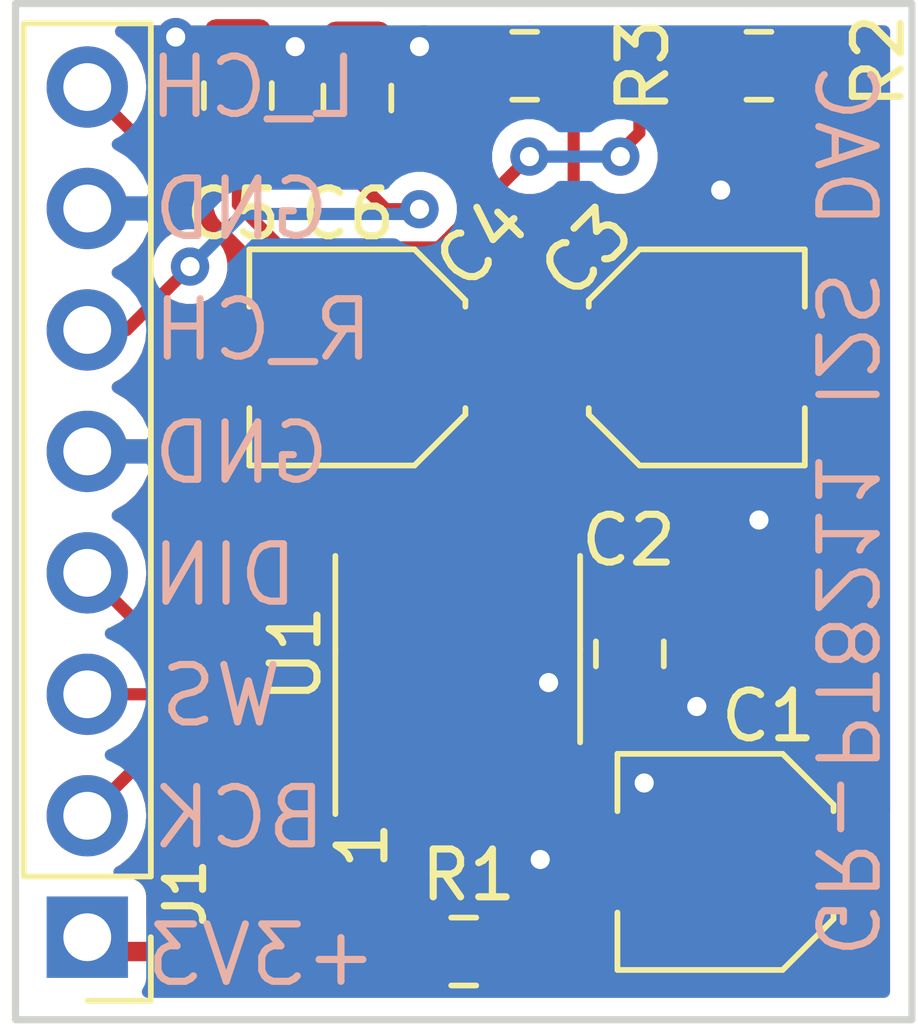
<source format=kicad_pcb>
(kicad_pcb (version 20171130) (host pcbnew "(5.1.2-1)-1")

  (general
    (thickness 1.6)
    (drawings 14)
    (tracks 72)
    (zones 0)
    (modules 11)
    (nets 14)
  )

  (page A4)
  (layers
    (0 F.Cu signal)
    (31 B.Cu signal)
    (32 B.Adhes user hide)
    (33 F.Adhes user hide)
    (34 B.Paste user)
    (35 F.Paste user)
    (36 B.SilkS user)
    (37 F.SilkS user)
    (38 B.Mask user hide)
    (39 F.Mask user hide)
    (40 Dwgs.User user hide)
    (41 Cmts.User user hide)
    (42 Eco1.User user hide)
    (43 Eco2.User user hide)
    (44 Edge.Cuts user)
    (45 Margin user hide)
    (46 B.CrtYd user hide)
    (47 F.CrtYd user hide)
    (48 B.Fab user hide)
    (49 F.Fab user hide)
  )

  (setup
    (last_trace_width 0.254)
    (user_trace_width 0.2032)
    (user_trace_width 0.254)
    (user_trace_width 0.3048)
    (user_trace_width 0.4064)
    (user_trace_width 0.6096)
    (user_trace_width 1.016)
    (trace_clearance 0.2)
    (zone_clearance 0.381)
    (zone_45_only no)
    (trace_min 0.1524)
    (via_size 0.8)
    (via_drill 0.4)
    (via_min_size 0.658)
    (via_min_drill 0.3)
    (uvia_size 0.3)
    (uvia_drill 0.1)
    (uvias_allowed no)
    (uvia_min_size 0.2)
    (uvia_min_drill 0.1)
    (edge_width 0.15)
    (segment_width 0.2)
    (pcb_text_width 0.3)
    (pcb_text_size 1.5 1.5)
    (mod_edge_width 0.15)
    (mod_text_size 0.8 0.8)
    (mod_text_width 0.15)
    (pad_size 3.200001 3.200001)
    (pad_drill 3.200001)
    (pad_to_mask_clearance 0)
    (aux_axis_origin 0 0)
    (grid_origin 88.011 136.271)
    (visible_elements FFFFFF7F)
    (pcbplotparams
      (layerselection 0x010f8_ffffffff)
      (usegerberextensions false)
      (usegerberattributes false)
      (usegerberadvancedattributes false)
      (creategerberjobfile false)
      (excludeedgelayer true)
      (linewidth 0.152400)
      (plotframeref false)
      (viasonmask false)
      (mode 1)
      (useauxorigin false)
      (hpglpennumber 1)
      (hpglpenspeed 20)
      (hpglpendiameter 15.000000)
      (psnegative false)
      (psa4output false)
      (plotreference true)
      (plotvalue false)
      (plotinvisibletext false)
      (padsonsilk false)
      (subtractmaskfromsilk false)
      (outputformat 1)
      (mirror false)
      (drillshape 0)
      (scaleselection 1)
      (outputdirectory "Output/"))
  )

  (net 0 "")
  (net 1 "Net-(J1-Pad1)")
  (net 2 /3V3)
  (net 3 GNDREF)
  (net 4 "Net-(C3-Pad1)")
  (net 5 "Net-(C4-Pad1)")
  (net 6 /BCK)
  (net 7 /WS)
  (net 8 /DIN)
  (net 9 "Net-(U1-Pad7)")
  (net 10 /L_CH)
  (net 11 /R_CH)
  (net 12 "Net-(C3-Pad2)")
  (net 13 "Net-(C4-Pad2)")

  (net_class Default "This is the default net class."
    (clearance 0.2)
    (trace_width 0.25)
    (via_dia 0.8)
    (via_drill 0.4)
    (uvia_dia 0.3)
    (uvia_drill 0.1)
    (add_net /3V3)
    (add_net /BCK)
    (add_net /DIN)
    (add_net /L_CH)
    (add_net /R_CH)
    (add_net /WS)
    (add_net GNDREF)
    (add_net "Net-(C3-Pad1)")
    (add_net "Net-(C3-Pad2)")
    (add_net "Net-(C4-Pad1)")
    (add_net "Net-(C4-Pad2)")
    (add_net "Net-(J1-Pad1)")
    (add_net "Net-(U1-Pad7)")
  )

  (net_class PWR ""
    (clearance 0.254)
    (trace_width 0.508)
    (via_dia 0.8)
    (via_drill 0.4)
    (uvia_dia 0.3)
    (uvia_drill 0.1)
  )

  (net_class Signals ""
    (clearance 0.254)
    (trace_width 0.4064)
    (via_dia 0.8)
    (via_drill 0.4)
    (uvia_dia 0.3)
    (uvia_drill 0.1)
  )

  (module Capacitor_SMD:C_Elec_4x5.4 (layer F.Cu) (tedit 5BC8D926) (tstamp 64C44D0C)
    (at 138.111 106.721 180)
    (descr "SMD capacitor, aluminum electrolytic nonpolar, 4.0x5.4mm")
    (tags "capacitor electrolyic nonpolar")
    (path /64C48249)
    (attr smd)
    (fp_text reference C1 (at -0.9 3.05) (layer F.SilkS)
      (effects (font (size 1 1) (thickness 0.15)))
    )
    (fp_text value 47uF (at 0 3.2) (layer F.Fab)
      (effects (font (size 1 1) (thickness 0.15)))
    )
    (fp_circle (center 0 0) (end 2 0) (layer F.Fab) (width 0.1))
    (fp_line (start 2.15 -2.15) (end 2.15 2.15) (layer F.Fab) (width 0.1))
    (fp_line (start -1.15 -2.15) (end 2.15 -2.15) (layer F.Fab) (width 0.1))
    (fp_line (start -1.15 2.15) (end 2.15 2.15) (layer F.Fab) (width 0.1))
    (fp_line (start -2.15 -1.15) (end -2.15 1.15) (layer F.Fab) (width 0.1))
    (fp_line (start -2.15 -1.15) (end -1.15 -2.15) (layer F.Fab) (width 0.1))
    (fp_line (start -2.15 1.15) (end -1.15 2.15) (layer F.Fab) (width 0.1))
    (fp_line (start 2.26 2.26) (end 2.26 1.06) (layer F.SilkS) (width 0.12))
    (fp_line (start 2.26 -2.26) (end 2.26 -1.06) (layer F.SilkS) (width 0.12))
    (fp_line (start -1.195563 -2.26) (end 2.26 -2.26) (layer F.SilkS) (width 0.12))
    (fp_line (start -1.195563 2.26) (end 2.26 2.26) (layer F.SilkS) (width 0.12))
    (fp_line (start -2.26 1.195563) (end -2.26 1.06) (layer F.SilkS) (width 0.12))
    (fp_line (start -2.26 -1.195563) (end -2.26 -1.06) (layer F.SilkS) (width 0.12))
    (fp_line (start -2.26 -1.195563) (end -1.195563 -2.26) (layer F.SilkS) (width 0.12))
    (fp_line (start -2.26 1.195563) (end -1.195563 2.26) (layer F.SilkS) (width 0.12))
    (fp_line (start 2.4 -2.4) (end 2.4 -1.05) (layer F.CrtYd) (width 0.05))
    (fp_line (start 2.4 -1.05) (end 3.25 -1.05) (layer F.CrtYd) (width 0.05))
    (fp_line (start 3.25 -1.05) (end 3.25 1.05) (layer F.CrtYd) (width 0.05))
    (fp_line (start 3.25 1.05) (end 2.4 1.05) (layer F.CrtYd) (width 0.05))
    (fp_line (start 2.4 1.05) (end 2.4 2.4) (layer F.CrtYd) (width 0.05))
    (fp_line (start -1.25 2.4) (end 2.4 2.4) (layer F.CrtYd) (width 0.05))
    (fp_line (start -1.25 -2.4) (end 2.4 -2.4) (layer F.CrtYd) (width 0.05))
    (fp_line (start -2.4 1.25) (end -1.25 2.4) (layer F.CrtYd) (width 0.05))
    (fp_line (start -2.4 -1.25) (end -1.25 -2.4) (layer F.CrtYd) (width 0.05))
    (fp_line (start -2.4 -1.25) (end -2.4 -1.05) (layer F.CrtYd) (width 0.05))
    (fp_line (start -2.4 1.05) (end -2.4 1.25) (layer F.CrtYd) (width 0.05))
    (fp_line (start -2.4 -1.05) (end -3.25 -1.05) (layer F.CrtYd) (width 0.05))
    (fp_line (start -3.25 -1.05) (end -3.25 1.05) (layer F.CrtYd) (width 0.05))
    (fp_line (start -3.25 1.05) (end -2.4 1.05) (layer F.CrtYd) (width 0.05))
    (fp_text user %R (at 0 0) (layer F.Fab)
      (effects (font (size 0.8 0.8) (thickness 0.12)))
    )
    (pad 1 smd roundrect (at -1.675 0 180) (size 2.65 1.6) (layers F.Cu F.Paste F.Mask) (roundrect_rratio 0.15625)
      (net 2 /3V3))
    (pad 2 smd roundrect (at 1.675 0 180) (size 2.65 1.6) (layers F.Cu F.Paste F.Mask) (roundrect_rratio 0.15625)
      (net 3 GNDREF))
    (model ${KISYS3DMOD}/Capacitor_SMD.3dshapes/C_Elec_4x5.4.wrl
      (at (xyz 0 0 0))
      (scale (xyz 1 1 1))
      (rotate (xyz 0 0 0))
    )
  )

  (module Capacitor_SMD:C_0805_2012Metric_Pad1.15x1.40mm_HandSolder (layer F.Cu) (tedit 5B36C52B) (tstamp 64C44D1D)
    (at 136.111 102.371 270)
    (descr "Capacitor SMD 0805 (2012 Metric), square (rectangular) end terminal, IPC_7351 nominal with elongated pad for handsoldering. (Body size source: https://docs.google.com/spreadsheets/d/1BsfQQcO9C6DZCsRaXUlFlo91Tg2WpOkGARC1WS5S8t0/edit?usp=sharing), generated with kicad-footprint-generator")
    (tags "capacitor handsolder")
    (path /64C47CDC)
    (attr smd)
    (fp_text reference C2 (at -2.375 0.025 180) (layer F.SilkS)
      (effects (font (size 1 1) (thickness 0.15)))
    )
    (fp_text value 100nF (at 0 1.65 90) (layer F.Fab)
      (effects (font (size 1 1) (thickness 0.15)))
    )
    (fp_line (start -1 0.6) (end -1 -0.6) (layer F.Fab) (width 0.1))
    (fp_line (start -1 -0.6) (end 1 -0.6) (layer F.Fab) (width 0.1))
    (fp_line (start 1 -0.6) (end 1 0.6) (layer F.Fab) (width 0.1))
    (fp_line (start 1 0.6) (end -1 0.6) (layer F.Fab) (width 0.1))
    (fp_line (start -0.261252 -0.71) (end 0.261252 -0.71) (layer F.SilkS) (width 0.12))
    (fp_line (start -0.261252 0.71) (end 0.261252 0.71) (layer F.SilkS) (width 0.12))
    (fp_line (start -1.85 0.95) (end -1.85 -0.95) (layer F.CrtYd) (width 0.05))
    (fp_line (start -1.85 -0.95) (end 1.85 -0.95) (layer F.CrtYd) (width 0.05))
    (fp_line (start 1.85 -0.95) (end 1.85 0.95) (layer F.CrtYd) (width 0.05))
    (fp_line (start 1.85 0.95) (end -1.85 0.95) (layer F.CrtYd) (width 0.05))
    (fp_text user %R (at 0 0 90) (layer F.Fab)
      (effects (font (size 0.5 0.5) (thickness 0.08)))
    )
    (pad 1 smd roundrect (at -1.025 0 270) (size 1.15 1.4) (layers F.Cu F.Paste F.Mask) (roundrect_rratio 0.217391)
      (net 2 /3V3))
    (pad 2 smd roundrect (at 1.025 0 270) (size 1.15 1.4) (layers F.Cu F.Paste F.Mask) (roundrect_rratio 0.217391)
      (net 3 GNDREF))
    (model ${KISYS3DMOD}/Capacitor_SMD.3dshapes/C_0805_2012Metric.wrl
      (at (xyz 0 0 0))
      (scale (xyz 1 1 1))
      (rotate (xyz 0 0 0))
    )
  )

  (module Capacitor_SMD:C_Elec_4x5.4 (layer F.Cu) (tedit 5BC8D926) (tstamp 64C44D41)
    (at 137.511 96.171)
    (descr "SMD capacitor, aluminum electrolytic nonpolar, 4.0x5.4mm")
    (tags "capacitor electrolyic nonpolar")
    (path /64CD0C4A)
    (attr smd)
    (fp_text reference C3 (at -2.3 -2.2 45) (layer F.SilkS)
      (effects (font (size 1 1) (thickness 0.15)))
    )
    (fp_text value 47uF (at 0 3.2) (layer F.Fab)
      (effects (font (size 1 1) (thickness 0.15)))
    )
    (fp_text user %R (at 0 0) (layer F.Fab)
      (effects (font (size 0.8 0.8) (thickness 0.12)))
    )
    (fp_line (start -3.25 1.05) (end -2.4 1.05) (layer F.CrtYd) (width 0.05))
    (fp_line (start -3.25 -1.05) (end -3.25 1.05) (layer F.CrtYd) (width 0.05))
    (fp_line (start -2.4 -1.05) (end -3.25 -1.05) (layer F.CrtYd) (width 0.05))
    (fp_line (start -2.4 1.05) (end -2.4 1.25) (layer F.CrtYd) (width 0.05))
    (fp_line (start -2.4 -1.25) (end -2.4 -1.05) (layer F.CrtYd) (width 0.05))
    (fp_line (start -2.4 -1.25) (end -1.25 -2.4) (layer F.CrtYd) (width 0.05))
    (fp_line (start -2.4 1.25) (end -1.25 2.4) (layer F.CrtYd) (width 0.05))
    (fp_line (start -1.25 -2.4) (end 2.4 -2.4) (layer F.CrtYd) (width 0.05))
    (fp_line (start -1.25 2.4) (end 2.4 2.4) (layer F.CrtYd) (width 0.05))
    (fp_line (start 2.4 1.05) (end 2.4 2.4) (layer F.CrtYd) (width 0.05))
    (fp_line (start 3.25 1.05) (end 2.4 1.05) (layer F.CrtYd) (width 0.05))
    (fp_line (start 3.25 -1.05) (end 3.25 1.05) (layer F.CrtYd) (width 0.05))
    (fp_line (start 2.4 -1.05) (end 3.25 -1.05) (layer F.CrtYd) (width 0.05))
    (fp_line (start 2.4 -2.4) (end 2.4 -1.05) (layer F.CrtYd) (width 0.05))
    (fp_line (start -2.26 1.195563) (end -1.195563 2.26) (layer F.SilkS) (width 0.12))
    (fp_line (start -2.26 -1.195563) (end -1.195563 -2.26) (layer F.SilkS) (width 0.12))
    (fp_line (start -2.26 -1.195563) (end -2.26 -1.06) (layer F.SilkS) (width 0.12))
    (fp_line (start -2.26 1.195563) (end -2.26 1.06) (layer F.SilkS) (width 0.12))
    (fp_line (start -1.195563 2.26) (end 2.26 2.26) (layer F.SilkS) (width 0.12))
    (fp_line (start -1.195563 -2.26) (end 2.26 -2.26) (layer F.SilkS) (width 0.12))
    (fp_line (start 2.26 -2.26) (end 2.26 -1.06) (layer F.SilkS) (width 0.12))
    (fp_line (start 2.26 2.26) (end 2.26 1.06) (layer F.SilkS) (width 0.12))
    (fp_line (start -2.15 1.15) (end -1.15 2.15) (layer F.Fab) (width 0.1))
    (fp_line (start -2.15 -1.15) (end -1.15 -2.15) (layer F.Fab) (width 0.1))
    (fp_line (start -2.15 -1.15) (end -2.15 1.15) (layer F.Fab) (width 0.1))
    (fp_line (start -1.15 2.15) (end 2.15 2.15) (layer F.Fab) (width 0.1))
    (fp_line (start -1.15 -2.15) (end 2.15 -2.15) (layer F.Fab) (width 0.1))
    (fp_line (start 2.15 -2.15) (end 2.15 2.15) (layer F.Fab) (width 0.1))
    (fp_circle (center 0 0) (end 2 0) (layer F.Fab) (width 0.1))
    (pad 2 smd roundrect (at 1.675 0) (size 2.65 1.6) (layers F.Cu F.Paste F.Mask) (roundrect_rratio 0.15625)
      (net 12 "Net-(C3-Pad2)"))
    (pad 1 smd roundrect (at -1.675 0) (size 2.65 1.6) (layers F.Cu F.Paste F.Mask) (roundrect_rratio 0.15625)
      (net 4 "Net-(C3-Pad1)"))
    (model ${KISYS3DMOD}/Capacitor_SMD.3dshapes/C_Elec_4x5.4.wrl
      (at (xyz 0 0 0))
      (scale (xyz 1 1 1))
      (rotate (xyz 0 0 0))
    )
  )

  (module Capacitor_SMD:C_Elec_4x5.4 (layer F.Cu) (tedit 5BC8D926) (tstamp 64C44D65)
    (at 130.411 96.171 180)
    (descr "SMD capacitor, aluminum electrolytic nonpolar, 4.0x5.4mm")
    (tags "capacitor electrolyic nonpolar")
    (path /64CD1970)
    (attr smd)
    (fp_text reference C4 (at -2.6 2.4 45) (layer F.SilkS)
      (effects (font (size 1 1) (thickness 0.15)))
    )
    (fp_text value 47uF (at 0 3.2) (layer F.Fab)
      (effects (font (size 1 1) (thickness 0.15)))
    )
    (fp_circle (center 0 0) (end 2 0) (layer F.Fab) (width 0.1))
    (fp_line (start 2.15 -2.15) (end 2.15 2.15) (layer F.Fab) (width 0.1))
    (fp_line (start -1.15 -2.15) (end 2.15 -2.15) (layer F.Fab) (width 0.1))
    (fp_line (start -1.15 2.15) (end 2.15 2.15) (layer F.Fab) (width 0.1))
    (fp_line (start -2.15 -1.15) (end -2.15 1.15) (layer F.Fab) (width 0.1))
    (fp_line (start -2.15 -1.15) (end -1.15 -2.15) (layer F.Fab) (width 0.1))
    (fp_line (start -2.15 1.15) (end -1.15 2.15) (layer F.Fab) (width 0.1))
    (fp_line (start 2.26 2.26) (end 2.26 1.06) (layer F.SilkS) (width 0.12))
    (fp_line (start 2.26 -2.26) (end 2.26 -1.06) (layer F.SilkS) (width 0.12))
    (fp_line (start -1.195563 -2.26) (end 2.26 -2.26) (layer F.SilkS) (width 0.12))
    (fp_line (start -1.195563 2.26) (end 2.26 2.26) (layer F.SilkS) (width 0.12))
    (fp_line (start -2.26 1.195563) (end -2.26 1.06) (layer F.SilkS) (width 0.12))
    (fp_line (start -2.26 -1.195563) (end -2.26 -1.06) (layer F.SilkS) (width 0.12))
    (fp_line (start -2.26 -1.195563) (end -1.195563 -2.26) (layer F.SilkS) (width 0.12))
    (fp_line (start -2.26 1.195563) (end -1.195563 2.26) (layer F.SilkS) (width 0.12))
    (fp_line (start 2.4 -2.4) (end 2.4 -1.05) (layer F.CrtYd) (width 0.05))
    (fp_line (start 2.4 -1.05) (end 3.25 -1.05) (layer F.CrtYd) (width 0.05))
    (fp_line (start 3.25 -1.05) (end 3.25 1.05) (layer F.CrtYd) (width 0.05))
    (fp_line (start 3.25 1.05) (end 2.4 1.05) (layer F.CrtYd) (width 0.05))
    (fp_line (start 2.4 1.05) (end 2.4 2.4) (layer F.CrtYd) (width 0.05))
    (fp_line (start -1.25 2.4) (end 2.4 2.4) (layer F.CrtYd) (width 0.05))
    (fp_line (start -1.25 -2.4) (end 2.4 -2.4) (layer F.CrtYd) (width 0.05))
    (fp_line (start -2.4 1.25) (end -1.25 2.4) (layer F.CrtYd) (width 0.05))
    (fp_line (start -2.4 -1.25) (end -1.25 -2.4) (layer F.CrtYd) (width 0.05))
    (fp_line (start -2.4 -1.25) (end -2.4 -1.05) (layer F.CrtYd) (width 0.05))
    (fp_line (start -2.4 1.05) (end -2.4 1.25) (layer F.CrtYd) (width 0.05))
    (fp_line (start -2.4 -1.05) (end -3.25 -1.05) (layer F.CrtYd) (width 0.05))
    (fp_line (start -3.25 -1.05) (end -3.25 1.05) (layer F.CrtYd) (width 0.05))
    (fp_line (start -3.25 1.05) (end -2.4 1.05) (layer F.CrtYd) (width 0.05))
    (fp_text user %R (at 0 0) (layer F.Fab)
      (effects (font (size 0.8 0.8) (thickness 0.12)))
    )
    (pad 1 smd roundrect (at -1.675 0 180) (size 2.65 1.6) (layers F.Cu F.Paste F.Mask) (roundrect_rratio 0.15625)
      (net 5 "Net-(C4-Pad1)"))
    (pad 2 smd roundrect (at 1.675 0 180) (size 2.65 1.6) (layers F.Cu F.Paste F.Mask) (roundrect_rratio 0.15625)
      (net 13 "Net-(C4-Pad2)"))
    (model ${KISYS3DMOD}/Capacitor_SMD.3dshapes/C_Elec_4x5.4.wrl
      (at (xyz 0 0 0))
      (scale (xyz 1 1 1))
      (rotate (xyz 0 0 0))
    )
  )

  (module Resistor_SMD:R_0805_2012Metric_Pad1.15x1.40mm_HandSolder (layer F.Cu) (tedit 5B36C52B) (tstamp 64C44DA6)
    (at 132.636001 108.596 180)
    (descr "Resistor SMD 0805 (2012 Metric), square (rectangular) end terminal, IPC_7351 nominal with elongated pad for handsoldering. (Body size source: https://docs.google.com/spreadsheets/d/1BsfQQcO9C6DZCsRaXUlFlo91Tg2WpOkGARC1WS5S8t0/edit?usp=sharing), generated with kicad-footprint-generator")
    (tags "resistor handsolder")
    (path /64C493C8)
    (attr smd)
    (fp_text reference R1 (at -0.099999 1.6) (layer F.SilkS)
      (effects (font (size 1 1) (thickness 0.15)))
    )
    (fp_text value 10r (at 0 1.65) (layer F.Fab)
      (effects (font (size 1 1) (thickness 0.15)))
    )
    (fp_line (start -1 0.6) (end -1 -0.6) (layer F.Fab) (width 0.1))
    (fp_line (start -1 -0.6) (end 1 -0.6) (layer F.Fab) (width 0.1))
    (fp_line (start 1 -0.6) (end 1 0.6) (layer F.Fab) (width 0.1))
    (fp_line (start 1 0.6) (end -1 0.6) (layer F.Fab) (width 0.1))
    (fp_line (start -0.261252 -0.71) (end 0.261252 -0.71) (layer F.SilkS) (width 0.12))
    (fp_line (start -0.261252 0.71) (end 0.261252 0.71) (layer F.SilkS) (width 0.12))
    (fp_line (start -1.85 0.95) (end -1.85 -0.95) (layer F.CrtYd) (width 0.05))
    (fp_line (start -1.85 -0.95) (end 1.85 -0.95) (layer F.CrtYd) (width 0.05))
    (fp_line (start 1.85 -0.95) (end 1.85 0.95) (layer F.CrtYd) (width 0.05))
    (fp_line (start 1.85 0.95) (end -1.85 0.95) (layer F.CrtYd) (width 0.05))
    (fp_text user %R (at 0 0) (layer F.Fab)
      (effects (font (size 0.5 0.5) (thickness 0.08)))
    )
    (pad 1 smd roundrect (at -1.025 0 180) (size 1.15 1.4) (layers F.Cu F.Paste F.Mask) (roundrect_rratio 0.217391)
      (net 2 /3V3))
    (pad 2 smd roundrect (at 1.025 0 180) (size 1.15 1.4) (layers F.Cu F.Paste F.Mask) (roundrect_rratio 0.217391)
      (net 1 "Net-(J1-Pad1)"))
    (model ${KISYS3DMOD}/Resistor_SMD.3dshapes/R_0805_2012Metric.wrl
      (at (xyz 0 0 0))
      (scale (xyz 1 1 1))
      (rotate (xyz 0 0 0))
    )
  )

  (module Package_SO:SOIC-8_3.9x4.9mm_P1.27mm (layer F.Cu) (tedit 5C97300E) (tstamp 64C44DC0)
    (at 132.511 102.271 90)
    (descr "SOIC, 8 Pin (JEDEC MS-012AA, https://www.analog.com/media/en/package-pcb-resources/package/pkg_pdf/soic_narrow-r/r_8.pdf), generated with kicad-footprint-generator ipc_gullwing_generator.py")
    (tags "SOIC SO")
    (path /64C435E7)
    (attr smd)
    (fp_text reference U1 (at -0.1 -3.4 270) (layer F.SilkS)
      (effects (font (size 1 1) (thickness 0.15)))
    )
    (fp_text value PT8211 (at 0 3.4 90) (layer F.Fab)
      (effects (font (size 1 1) (thickness 0.15)))
    )
    (fp_line (start 0 2.56) (end 1.95 2.56) (layer F.SilkS) (width 0.12))
    (fp_line (start 0 2.56) (end -1.95 2.56) (layer F.SilkS) (width 0.12))
    (fp_line (start 0 -2.56) (end 1.95 -2.56) (layer F.SilkS) (width 0.12))
    (fp_line (start 0 -2.56) (end -3.45 -2.56) (layer F.SilkS) (width 0.12))
    (fp_line (start -0.975 -2.45) (end 1.95 -2.45) (layer F.Fab) (width 0.1))
    (fp_line (start 1.95 -2.45) (end 1.95 2.45) (layer F.Fab) (width 0.1))
    (fp_line (start 1.95 2.45) (end -1.95 2.45) (layer F.Fab) (width 0.1))
    (fp_line (start -1.95 2.45) (end -1.95 -1.475) (layer F.Fab) (width 0.1))
    (fp_line (start -1.95 -1.475) (end -0.975 -2.45) (layer F.Fab) (width 0.1))
    (fp_line (start -3.7 -2.7) (end -3.7 2.7) (layer F.CrtYd) (width 0.05))
    (fp_line (start -3.7 2.7) (end 3.7 2.7) (layer F.CrtYd) (width 0.05))
    (fp_line (start 3.7 2.7) (end 3.7 -2.7) (layer F.CrtYd) (width 0.05))
    (fp_line (start 3.7 -2.7) (end -3.7 -2.7) (layer F.CrtYd) (width 0.05))
    (fp_text user %R (at 0 0 90) (layer F.Fab)
      (effects (font (size 0.98 0.98) (thickness 0.15)))
    )
    (pad 1 smd roundrect (at -2.475 -1.905 90) (size 1.95 0.6) (layers F.Cu F.Paste F.Mask) (roundrect_rratio 0.25)
      (net 6 /BCK))
    (pad 2 smd roundrect (at -2.475 -0.635 90) (size 1.95 0.6) (layers F.Cu F.Paste F.Mask) (roundrect_rratio 0.25)
      (net 7 /WS))
    (pad 3 smd roundrect (at -2.475 0.635 90) (size 1.95 0.6) (layers F.Cu F.Paste F.Mask) (roundrect_rratio 0.25)
      (net 8 /DIN))
    (pad 4 smd roundrect (at -2.475 1.905 90) (size 1.95 0.6) (layers F.Cu F.Paste F.Mask) (roundrect_rratio 0.25)
      (net 3 GNDREF))
    (pad 5 smd roundrect (at 2.475 1.905 90) (size 1.95 0.6) (layers F.Cu F.Paste F.Mask) (roundrect_rratio 0.25)
      (net 2 /3V3))
    (pad 6 smd roundrect (at 2.475 0.635 90) (size 1.95 0.6) (layers F.Cu F.Paste F.Mask) (roundrect_rratio 0.25)
      (net 4 "Net-(C3-Pad1)"))
    (pad 7 smd roundrect (at 2.475 -0.635 90) (size 1.95 0.6) (layers F.Cu F.Paste F.Mask) (roundrect_rratio 0.25)
      (net 9 "Net-(U1-Pad7)"))
    (pad 8 smd roundrect (at 2.475 -1.905 90) (size 1.95 0.6) (layers F.Cu F.Paste F.Mask) (roundrect_rratio 0.25)
      (net 5 "Net-(C4-Pad1)"))
    (model ${KISYS3DMOD}/Package_SO.3dshapes/SOIC-8_3.9x4.9mm_P1.27mm.wrl
      (at (xyz 0 0 0))
      (scale (xyz 1 1 1))
      (rotate (xyz 0 0 0))
    )
  )

  (module Connector_PinHeader_2.54mm:PinHeader_1x08_P2.54mm_Vertical (layer F.Cu) (tedit 59FED5CC) (tstamp 64C460B3)
    (at 124.761 108.296 180)
    (descr "Through hole straight pin header, 1x08, 2.54mm pitch, single row")
    (tags "Through hole pin header THT 1x08 2.54mm single row")
    (path /64CDEA3B)
    (fp_text reference J1 (at -2.05 0.925 90) (layer F.SilkS)
      (effects (font (size 0.8 0.8) (thickness 0.15)))
    )
    (fp_text value Conn_01x08 (at 0 20.11) (layer F.Fab)
      (effects (font (size 1 1) (thickness 0.15)))
    )
    (fp_line (start -0.635 -1.27) (end 1.27 -1.27) (layer F.Fab) (width 0.1))
    (fp_line (start 1.27 -1.27) (end 1.27 19.05) (layer F.Fab) (width 0.1))
    (fp_line (start 1.27 19.05) (end -1.27 19.05) (layer F.Fab) (width 0.1))
    (fp_line (start -1.27 19.05) (end -1.27 -0.635) (layer F.Fab) (width 0.1))
    (fp_line (start -1.27 -0.635) (end -0.635 -1.27) (layer F.Fab) (width 0.1))
    (fp_line (start -1.33 19.11) (end 1.33 19.11) (layer F.SilkS) (width 0.12))
    (fp_line (start -1.33 1.27) (end -1.33 19.11) (layer F.SilkS) (width 0.12))
    (fp_line (start 1.33 1.27) (end 1.33 19.11) (layer F.SilkS) (width 0.12))
    (fp_line (start -1.33 1.27) (end 1.33 1.27) (layer F.SilkS) (width 0.12))
    (fp_line (start -1.33 0) (end -1.33 -1.33) (layer F.SilkS) (width 0.12))
    (fp_line (start -1.33 -1.33) (end 0 -1.33) (layer F.SilkS) (width 0.12))
    (fp_line (start -1.8 -1.8) (end -1.8 19.55) (layer F.CrtYd) (width 0.05))
    (fp_line (start -1.8 19.55) (end 1.8 19.55) (layer F.CrtYd) (width 0.05))
    (fp_line (start 1.8 19.55) (end 1.8 -1.8) (layer F.CrtYd) (width 0.05))
    (fp_line (start 1.8 -1.8) (end -1.8 -1.8) (layer F.CrtYd) (width 0.05))
    (fp_text user %R (at 0 8.89 90) (layer F.Fab)
      (effects (font (size 1 1) (thickness 0.15)))
    )
    (pad 1 thru_hole rect (at 0 0 180) (size 1.7 1.7) (drill 1) (layers *.Cu *.Mask)
      (net 1 "Net-(J1-Pad1)"))
    (pad 2 thru_hole oval (at 0 2.54 180) (size 1.7 1.7) (drill 1) (layers *.Cu *.Mask)
      (net 6 /BCK))
    (pad 3 thru_hole oval (at 0 5.08 180) (size 1.7 1.7) (drill 1) (layers *.Cu *.Mask)
      (net 7 /WS))
    (pad 4 thru_hole oval (at 0 7.62 180) (size 1.7 1.7) (drill 1) (layers *.Cu *.Mask)
      (net 8 /DIN))
    (pad 5 thru_hole oval (at 0 10.16 180) (size 1.7 1.7) (drill 1) (layers *.Cu *.Mask)
      (net 3 GNDREF))
    (pad 6 thru_hole oval (at 0 12.7 180) (size 1.7 1.7) (drill 1) (layers *.Cu *.Mask)
      (net 11 /R_CH))
    (pad 7 thru_hole oval (at 0 15.24 180) (size 1.7 1.7) (drill 1) (layers *.Cu *.Mask)
      (net 3 GNDREF))
    (pad 8 thru_hole oval (at 0 17.78 180) (size 1.7 1.7) (drill 1) (layers *.Cu *.Mask)
      (net 10 /L_CH))
    (model ${KISYS3DMOD}/Connector_PinHeader_2.54mm.3dshapes/PinHeader_1x08_P2.54mm_Vertical.wrl
      (at (xyz 0 0 0))
      (scale (xyz 1 1 1))
      (rotate (xyz 0 0 0))
    )
  )

  (module Capacitor_SMD:C_0805_2012Metric_Pad1.15x1.40mm_HandSolder (layer F.Cu) (tedit 5B36C52B) (tstamp 64D9151F)
    (at 127.911 90.695999 90)
    (descr "Capacitor SMD 0805 (2012 Metric), square (rectangular) end terminal, IPC_7351 nominal with elongated pad for handsoldering. (Body size source: https://docs.google.com/spreadsheets/d/1BsfQQcO9C6DZCsRaXUlFlo91Tg2WpOkGARC1WS5S8t0/edit?usp=sharing), generated with kicad-footprint-generator")
    (tags "capacitor handsolder")
    (path /64D5DF3B)
    (attr smd)
    (fp_text reference C5 (at -2.475001 -0.1 180) (layer F.SilkS)
      (effects (font (size 1 1) (thickness 0.15)))
    )
    (fp_text value 1nF (at 0 1.65 90) (layer F.Fab)
      (effects (font (size 1 1) (thickness 0.15)))
    )
    (fp_line (start -1 0.6) (end -1 -0.6) (layer F.Fab) (width 0.1))
    (fp_line (start -1 -0.6) (end 1 -0.6) (layer F.Fab) (width 0.1))
    (fp_line (start 1 -0.6) (end 1 0.6) (layer F.Fab) (width 0.1))
    (fp_line (start 1 0.6) (end -1 0.6) (layer F.Fab) (width 0.1))
    (fp_line (start -0.261252 -0.71) (end 0.261252 -0.71) (layer F.SilkS) (width 0.12))
    (fp_line (start -0.261252 0.71) (end 0.261252 0.71) (layer F.SilkS) (width 0.12))
    (fp_line (start -1.85 0.95) (end -1.85 -0.95) (layer F.CrtYd) (width 0.05))
    (fp_line (start -1.85 -0.95) (end 1.85 -0.95) (layer F.CrtYd) (width 0.05))
    (fp_line (start 1.85 -0.95) (end 1.85 0.95) (layer F.CrtYd) (width 0.05))
    (fp_line (start 1.85 0.95) (end -1.85 0.95) (layer F.CrtYd) (width 0.05))
    (fp_text user %R (at 0 0 90) (layer F.Fab)
      (effects (font (size 0.5 0.5) (thickness 0.08)))
    )
    (pad 1 smd roundrect (at -1.025 0 90) (size 1.15 1.4) (layers F.Cu F.Paste F.Mask) (roundrect_rratio 0.217391)
      (net 10 /L_CH))
    (pad 2 smd roundrect (at 1.025 0 90) (size 1.15 1.4) (layers F.Cu F.Paste F.Mask) (roundrect_rratio 0.217391)
      (net 3 GNDREF))
    (model ${KISYS3DMOD}/Capacitor_SMD.3dshapes/C_0805_2012Metric.wrl
      (at (xyz 0 0 0))
      (scale (xyz 1 1 1))
      (rotate (xyz 0 0 0))
    )
  )

  (module Capacitor_SMD:C_0805_2012Metric_Pad1.15x1.40mm_HandSolder (layer F.Cu) (tedit 5B36C52B) (tstamp 64D91530)
    (at 130.411 90.746 90)
    (descr "Capacitor SMD 0805 (2012 Metric), square (rectangular) end terminal, IPC_7351 nominal with elongated pad for handsoldering. (Body size source: https://docs.google.com/spreadsheets/d/1BsfQQcO9C6DZCsRaXUlFlo91Tg2WpOkGARC1WS5S8t0/edit?usp=sharing), generated with kicad-footprint-generator")
    (tags "capacitor handsolder")
    (path /64D608F4)
    (attr smd)
    (fp_text reference C6 (at -2.425 -0.2 180) (layer F.SilkS)
      (effects (font (size 1 1) (thickness 0.15)))
    )
    (fp_text value 1nF (at 0 1.65 90) (layer F.Fab)
      (effects (font (size 1 1) (thickness 0.15)))
    )
    (fp_text user %R (at 0 0 90) (layer F.Fab)
      (effects (font (size 0.5 0.5) (thickness 0.08)))
    )
    (fp_line (start 1.85 0.95) (end -1.85 0.95) (layer F.CrtYd) (width 0.05))
    (fp_line (start 1.85 -0.95) (end 1.85 0.95) (layer F.CrtYd) (width 0.05))
    (fp_line (start -1.85 -0.95) (end 1.85 -0.95) (layer F.CrtYd) (width 0.05))
    (fp_line (start -1.85 0.95) (end -1.85 -0.95) (layer F.CrtYd) (width 0.05))
    (fp_line (start -0.261252 0.71) (end 0.261252 0.71) (layer F.SilkS) (width 0.12))
    (fp_line (start -0.261252 -0.71) (end 0.261252 -0.71) (layer F.SilkS) (width 0.12))
    (fp_line (start 1 0.6) (end -1 0.6) (layer F.Fab) (width 0.1))
    (fp_line (start 1 -0.6) (end 1 0.6) (layer F.Fab) (width 0.1))
    (fp_line (start -1 -0.6) (end 1 -0.6) (layer F.Fab) (width 0.1))
    (fp_line (start -1 0.6) (end -1 -0.6) (layer F.Fab) (width 0.1))
    (pad 2 smd roundrect (at 1.025 0 90) (size 1.15 1.4) (layers F.Cu F.Paste F.Mask) (roundrect_rratio 0.217391)
      (net 3 GNDREF))
    (pad 1 smd roundrect (at -1.025 0 90) (size 1.15 1.4) (layers F.Cu F.Paste F.Mask) (roundrect_rratio 0.217391)
      (net 11 /R_CH))
    (model ${KISYS3DMOD}/Capacitor_SMD.3dshapes/C_0805_2012Metric.wrl
      (at (xyz 0 0 0))
      (scale (xyz 1 1 1))
      (rotate (xyz 0 0 0))
    )
  )

  (module Resistor_SMD:R_0805_2012Metric_Pad1.15x1.40mm_HandSolder (layer F.Cu) (tedit 5B36C52B) (tstamp 64D91541)
    (at 138.811 90.071)
    (descr "Resistor SMD 0805 (2012 Metric), square (rectangular) end terminal, IPC_7351 nominal with elongated pad for handsoldering. (Body size source: https://docs.google.com/spreadsheets/d/1BsfQQcO9C6DZCsRaXUlFlo91Tg2WpOkGARC1WS5S8t0/edit?usp=sharing), generated with kicad-footprint-generator")
    (tags "resistor handsolder")
    (path /64D5D40D)
    (attr smd)
    (fp_text reference R2 (at 2.5 -0.1 90) (layer F.SilkS)
      (effects (font (size 1 1) (thickness 0.15)))
    )
    (fp_text value 7.5K (at 0 1.65) (layer F.Fab)
      (effects (font (size 1 1) (thickness 0.15)))
    )
    (fp_line (start -1 0.6) (end -1 -0.6) (layer F.Fab) (width 0.1))
    (fp_line (start -1 -0.6) (end 1 -0.6) (layer F.Fab) (width 0.1))
    (fp_line (start 1 -0.6) (end 1 0.6) (layer F.Fab) (width 0.1))
    (fp_line (start 1 0.6) (end -1 0.6) (layer F.Fab) (width 0.1))
    (fp_line (start -0.261252 -0.71) (end 0.261252 -0.71) (layer F.SilkS) (width 0.12))
    (fp_line (start -0.261252 0.71) (end 0.261252 0.71) (layer F.SilkS) (width 0.12))
    (fp_line (start -1.85 0.95) (end -1.85 -0.95) (layer F.CrtYd) (width 0.05))
    (fp_line (start -1.85 -0.95) (end 1.85 -0.95) (layer F.CrtYd) (width 0.05))
    (fp_line (start 1.85 -0.95) (end 1.85 0.95) (layer F.CrtYd) (width 0.05))
    (fp_line (start 1.85 0.95) (end -1.85 0.95) (layer F.CrtYd) (width 0.05))
    (fp_text user %R (at 0 0) (layer F.Fab)
      (effects (font (size 0.5 0.5) (thickness 0.08)))
    )
    (pad 1 smd roundrect (at -1.025 0) (size 1.15 1.4) (layers F.Cu F.Paste F.Mask) (roundrect_rratio 0.217391)
      (net 10 /L_CH))
    (pad 2 smd roundrect (at 1.025 0) (size 1.15 1.4) (layers F.Cu F.Paste F.Mask) (roundrect_rratio 0.217391)
      (net 12 "Net-(C3-Pad2)"))
    (model ${KISYS3DMOD}/Resistor_SMD.3dshapes/R_0805_2012Metric.wrl
      (at (xyz 0 0 0))
      (scale (xyz 1 1 1))
      (rotate (xyz 0 0 0))
    )
  )

  (module Resistor_SMD:R_0805_2012Metric_Pad1.15x1.40mm_HandSolder (layer F.Cu) (tedit 5B36C52B) (tstamp 64D91552)
    (at 133.911 90.071)
    (descr "Resistor SMD 0805 (2012 Metric), square (rectangular) end terminal, IPC_7351 nominal with elongated pad for handsoldering. (Body size source: https://docs.google.com/spreadsheets/d/1BsfQQcO9C6DZCsRaXUlFlo91Tg2WpOkGARC1WS5S8t0/edit?usp=sharing), generated with kicad-footprint-generator")
    (tags "resistor handsolder")
    (path /64D5FFF2)
    (attr smd)
    (fp_text reference R3 (at 2.475001 0 90) (layer F.SilkS)
      (effects (font (size 1 1) (thickness 0.15)))
    )
    (fp_text value 7.5K (at 0 1.65) (layer F.Fab)
      (effects (font (size 1 1) (thickness 0.15)))
    )
    (fp_text user %R (at 0 0) (layer F.Fab)
      (effects (font (size 0.5 0.5) (thickness 0.08)))
    )
    (fp_line (start 1.85 0.95) (end -1.85 0.95) (layer F.CrtYd) (width 0.05))
    (fp_line (start 1.85 -0.95) (end 1.85 0.95) (layer F.CrtYd) (width 0.05))
    (fp_line (start -1.85 -0.95) (end 1.85 -0.95) (layer F.CrtYd) (width 0.05))
    (fp_line (start -1.85 0.95) (end -1.85 -0.95) (layer F.CrtYd) (width 0.05))
    (fp_line (start -0.261252 0.71) (end 0.261252 0.71) (layer F.SilkS) (width 0.12))
    (fp_line (start -0.261252 -0.71) (end 0.261252 -0.71) (layer F.SilkS) (width 0.12))
    (fp_line (start 1 0.6) (end -1 0.6) (layer F.Fab) (width 0.1))
    (fp_line (start 1 -0.6) (end 1 0.6) (layer F.Fab) (width 0.1))
    (fp_line (start -1 -0.6) (end 1 -0.6) (layer F.Fab) (width 0.1))
    (fp_line (start -1 0.6) (end -1 -0.6) (layer F.Fab) (width 0.1))
    (pad 2 smd roundrect (at 1.025 0) (size 1.15 1.4) (layers F.Cu F.Paste F.Mask) (roundrect_rratio 0.217391)
      (net 13 "Net-(C4-Pad2)"))
    (pad 1 smd roundrect (at -1.025 0) (size 1.15 1.4) (layers F.Cu F.Paste F.Mask) (roundrect_rratio 0.217391)
      (net 11 /R_CH))
    (model ${KISYS3DMOD}/Resistor_SMD.3dshapes/R_0805_2012Metric.wrl
      (at (xyz 0 0 0))
      (scale (xyz 1 1 1))
      (rotate (xyz 0 0 0))
    )
  )

  (gr_text "GR-PT8211 I2S DAC" (at 140.611 99.371 270) (layer B.SilkS) (tstamp 64C47138)
    (effects (font (size 1.2 1.2) (thickness 0.15)) (justify mirror))
  )
  (gr_text 1 (at 130.511 106.371 90) (layer F.SilkS) (tstamp 64C47130)
    (effects (font (size 1 1) (thickness 0.15)))
  )
  (gr_text +3V3 (at 128.411 108.671) (layer B.SilkS) (tstamp 64C46238)
    (effects (font (size 1.2 1.2) (thickness 0.15)) (justify mirror))
  )
  (gr_text BCK (at 127.936 105.796) (layer B.SilkS) (tstamp 64C46234)
    (effects (font (size 1.2 1.2) (thickness 0.15)) (justify mirror))
  )
  (gr_text WS (at 127.561 103.246) (layer B.SilkS) (tstamp 64C46230)
    (effects (font (size 1.2 1.2) (thickness 0.15)) (justify mirror))
  )
  (gr_text DIN (at 127.636 100.721) (layer B.SilkS) (tstamp 64C4622C)
    (effects (font (size 1.2 1.2) (thickness 0.15)) (justify mirror))
  )
  (gr_text GND (at 127.986 98.171) (layer B.SilkS) (tstamp 64C46229)
    (effects (font (size 1.2 1.2) (thickness 0.15)) (justify mirror))
  )
  (gr_text R_CH (at 128.436 95.596) (layer B.SilkS) (tstamp 64C46223)
    (effects (font (size 1.2 1.2) (thickness 0.15)) (justify mirror))
  )
  (gr_text GND (at 127.986 93.071) (layer B.SilkS) (tstamp 64C4621E)
    (effects (font (size 1.2 1.2) (thickness 0.15)) (justify mirror))
  )
  (gr_line (start 123.261 88.771) (end 123.261 110.021) (layer Edge.Cuts) (width 0.15) (tstamp 645C73D2))
  (gr_line (start 142.011 88.771) (end 123.261 88.771) (layer Edge.Cuts) (width 0.15))
  (gr_line (start 142.011 110.021) (end 142.011 88.771) (layer Edge.Cuts) (width 0.15))
  (gr_line (start 123.261 110.021) (end 142.011 110.021) (layer Edge.Cuts) (width 0.15))
  (gr_text L_CH (at 128.236 90.521) (layer B.SilkS) (tstamp 645C6E97)
    (effects (font (size 1.2 1.2) (thickness 0.15)) (justify mirror))
  )

  (segment (start 125.061 108.596) (end 124.761 108.296) (width 0.4064) (layer F.Cu) (net 1))
  (segment (start 131.611001 108.596) (end 125.061 108.596) (width 0.4064) (layer F.Cu) (net 1))
  (segment (start 133.661001 108.596) (end 139.411 108.596) (width 0.4064) (layer F.Cu) (net 2))
  (segment (start 139.786 108.221) (end 139.786 106.721) (width 0.4064) (layer F.Cu) (net 2))
  (segment (start 139.411 108.596) (end 139.786 108.221) (width 0.4064) (layer F.Cu) (net 2))
  (segment (start 139.786 106.721) (end 139.786 102.546) (width 0.4064) (layer F.Cu) (net 2))
  (segment (start 138.586 101.346) (end 136.111 101.346) (width 0.4064) (layer F.Cu) (net 2))
  (segment (start 139.786 102.546) (end 138.586 101.346) (width 0.4064) (layer F.Cu) (net 2))
  (segment (start 134.416 99.796) (end 135.436 99.796) (width 0.4064) (layer F.Cu) (net 2))
  (segment (start 136.111 100.471) (end 136.111 101.346) (width 0.4064) (layer F.Cu) (net 2))
  (segment (start 135.436 99.796) (end 136.111 100.471) (width 0.4064) (layer F.Cu) (net 2))
  (via (at 137.511 103.471) (size 0.8) (drill 0.4) (layers F.Cu B.Cu) (net 3))
  (via (at 134.411 102.971) (size 0.8) (drill 0.4) (layers F.Cu B.Cu) (net 3))
  (via (at 134.236 106.671) (size 0.8) (drill 0.4) (layers F.Cu B.Cu) (net 3))
  (via (at 131.711 89.671) (size 0.8) (drill 0.4) (layers F.Cu B.Cu) (net 3))
  (via (at 126.611 89.471) (size 0.8) (drill 0.4) (layers F.Cu B.Cu) (net 3))
  (via (at 129.111 89.671) (size 0.8) (drill 0.4) (layers F.Cu B.Cu) (net 3))
  (via (at 136.411 105.071) (size 0.8) (drill 0.4) (layers F.Cu B.Cu) (net 3) (tstamp 64D933BE))
  (via (at 138.811 99.571) (size 0.8) (drill 0.4) (layers F.Cu B.Cu) (net 3) (tstamp 64D939DB))
  (via (at 138.011 92.671) (size 0.8) (drill 0.4) (layers F.Cu B.Cu) (net 3) (tstamp 64D93A49))
  (segment (start 133.146 99.796) (end 133.146 98.436) (width 0.254) (layer F.Cu) (net 4))
  (segment (start 133.146 98.436) (end 133.611 97.971) (width 0.254) (layer F.Cu) (net 4))
  (segment (start 133.611 97.971) (end 135.011 97.971) (width 0.254) (layer F.Cu) (net 4))
  (segment (start 135.836 97.146) (end 135.836 96.171) (width 0.254) (layer F.Cu) (net 4))
  (segment (start 135.011 97.971) (end 135.836 97.146) (width 0.254) (layer F.Cu) (net 4))
  (segment (start 130.606 99.796) (end 130.606 98.576) (width 0.254) (layer F.Cu) (net 5))
  (segment (start 132.086 97.096) (end 132.086 96.171) (width 0.254) (layer F.Cu) (net 5))
  (segment (start 130.606 98.576) (end 132.086 97.096) (width 0.254) (layer F.Cu) (net 5))
  (segment (start 125.771 104.746) (end 124.761 105.756) (width 0.254) (layer F.Cu) (net 6))
  (segment (start 130.606 104.746) (end 125.771 104.746) (width 0.254) (layer F.Cu) (net 6))
  (segment (start 131.556 103.216) (end 124.761 103.216) (width 0.254) (layer F.Cu) (net 7))
  (segment (start 131.876 103.536) (end 131.556 103.216) (width 0.254) (layer F.Cu) (net 7))
  (segment (start 131.876 104.746) (end 131.876 103.536) (width 0.254) (layer F.Cu) (net 7))
  (segment (start 126.456 102.371) (end 124.761 100.676) (width 0.254) (layer F.Cu) (net 8))
  (segment (start 133.146 103.206) (end 132.311 102.371) (width 0.254) (layer F.Cu) (net 8))
  (segment (start 132.311 102.371) (end 126.456 102.371) (width 0.254) (layer F.Cu) (net 8))
  (segment (start 133.146 104.746) (end 133.146 103.206) (width 0.254) (layer F.Cu) (net 8))
  (segment (start 137.786 90.071) (end 136.911 90.071) (width 0.254) (layer F.Cu) (net 10))
  (segment (start 136.911 90.071) (end 136.311 90.671) (width 0.254) (layer F.Cu) (net 10))
  (segment (start 136.311 90.671) (end 136.311 91.471) (width 0.254) (layer F.Cu) (net 10))
  (via (at 135.911 91.971) (size 0.8) (drill 0.4) (layers F.Cu B.Cu) (net 10))
  (segment (start 135.911 91.871) (end 135.911 91.971) (width 0.254) (layer F.Cu) (net 10))
  (segment (start 136.311 91.471) (end 135.911 91.871) (width 0.254) (layer F.Cu) (net 10))
  (via (at 134.011 91.971) (size 0.8) (drill 0.4) (layers F.Cu B.Cu) (net 10))
  (segment (start 135.911 91.971) (end 134.011 91.971) (width 0.254) (layer B.Cu) (net 10))
  (segment (start 125.965999 91.720999) (end 124.761 90.516) (width 0.254) (layer F.Cu) (net 10))
  (segment (start 127.911 91.720999) (end 125.965999 91.720999) (width 0.254) (layer F.Cu) (net 10))
  (segment (start 127.911 92.971) (end 127.911 91.720999) (width 0.254) (layer F.Cu) (net 10))
  (segment (start 128.811 93.871) (end 127.911 92.971) (width 0.254) (layer F.Cu) (net 10))
  (segment (start 132.111 93.871) (end 128.811 93.871) (width 0.254) (layer F.Cu) (net 10))
  (segment (start 134.011 91.971) (end 132.111 93.871) (width 0.254) (layer F.Cu) (net 10))
  (via (at 126.911 94.271) (size 0.8) (drill 0.4) (layers F.Cu B.Cu) (net 11))
  (segment (start 125.586 95.596) (end 126.911 94.271) (width 0.254) (layer F.Cu) (net 11))
  (segment (start 124.761 95.596) (end 125.586 95.596) (width 0.254) (layer F.Cu) (net 11))
  (segment (start 130.411 91.771) (end 132.311 91.771) (width 0.254) (layer F.Cu) (net 11))
  (segment (start 132.886 91.196) (end 132.886 90.071) (width 0.254) (layer F.Cu) (net 11))
  (segment (start 132.311 91.771) (end 132.886 91.196) (width 0.254) (layer F.Cu) (net 11))
  (segment (start 130.511 91.871) (end 130.411 91.771) (width 0.254) (layer F.Cu) (net 11))
  (segment (start 130.511 92.571) (end 130.511 91.871) (width 0.254) (layer F.Cu) (net 11))
  (segment (start 131.011 93.071) (end 130.511 92.571) (width 0.254) (layer F.Cu) (net 11))
  (segment (start 131.711 93.071) (end 131.011 93.071) (width 0.254) (layer F.Cu) (net 11))
  (via (at 131.711 93.071) (size 0.8) (drill 0.4) (layers F.Cu B.Cu) (net 11))
  (segment (start 128.011 93.171) (end 126.911 94.271) (width 0.254) (layer B.Cu) (net 11))
  (segment (start 131.611 93.171) (end 128.011 93.171) (width 0.254) (layer B.Cu) (net 11))
  (segment (start 131.711 93.071) (end 131.611 93.171) (width 0.254) (layer B.Cu) (net 11))
  (segment (start 139.836 95.521) (end 139.186 96.171) (width 0.254) (layer F.Cu) (net 12))
  (segment (start 139.836 90.071) (end 139.836 95.521) (width 0.254) (layer F.Cu) (net 12))
  (segment (start 128.736 96.171) (end 128.736 95.246) (width 0.254) (layer F.Cu) (net 13))
  (segment (start 128.736 95.246) (end 129.311 94.671) (width 0.254) (layer F.Cu) (net 13))
  (segment (start 129.311 94.671) (end 132.911 94.671) (width 0.254) (layer F.Cu) (net 13))
  (segment (start 134.936 92.646) (end 134.936 90.071) (width 0.254) (layer F.Cu) (net 13))
  (segment (start 132.911 94.671) (end 134.936 92.646) (width 0.254) (layer F.Cu) (net 13))

  (zone (net 3) (net_name GNDREF) (layer F.Cu) (tstamp 64C4731D) (hatch edge 0.508)
    (connect_pads (clearance 0.381))
    (min_thickness 0.254)
    (fill yes (arc_segments 32) (thermal_gap 0.508) (thermal_bridge_width 0.508))
    (polygon
      (pts
        (xy 123.236 88.771) (xy 142.036 88.746) (xy 142.061 110.046) (xy 123.286 110.046)
      )
    )
    (filled_polygon
      (pts
        (xy 127.028703 95.198513) (xy 126.958429 95.329986) (xy 126.915155 95.472642) (xy 126.900543 95.621) (xy 126.900543 96.721)
        (xy 126.915155 96.869358) (xy 126.958429 97.012014) (xy 127.028703 97.143487) (xy 127.123276 97.258724) (xy 127.238513 97.353297)
        (xy 127.369986 97.423571) (xy 127.512642 97.466845) (xy 127.661 97.481457) (xy 129.811 97.481457) (xy 129.959358 97.466845)
        (xy 130.102014 97.423571) (xy 130.233487 97.353297) (xy 130.348724 97.258724) (xy 130.411 97.182841) (xy 130.473276 97.258724)
        (xy 130.588513 97.353297) (xy 130.719986 97.423571) (xy 130.827723 97.456253) (xy 130.179046 98.10493) (xy 130.154816 98.124815)
        (xy 130.134932 98.149044) (xy 130.075463 98.221507) (xy 130.016498 98.331821) (xy 129.994358 98.404808) (xy 129.984897 98.436)
        (xy 129.980189 98.451519) (xy 129.973117 98.523322) (xy 129.90685 98.60407) (xy 129.845817 98.718254) (xy 129.808233 98.842151)
        (xy 129.795543 98.971) (xy 129.795543 100.621) (xy 129.808233 100.749849) (xy 129.845817 100.873746) (xy 129.90685 100.98793)
        (xy 129.988986 101.088014) (xy 130.08907 101.17015) (xy 130.203254 101.231183) (xy 130.327151 101.268767) (xy 130.456 101.281457)
        (xy 130.756 101.281457) (xy 130.884849 101.268767) (xy 131.008746 101.231183) (xy 131.12293 101.17015) (xy 131.223014 101.088014)
        (xy 131.241 101.066098) (xy 131.258986 101.088014) (xy 131.35907 101.17015) (xy 131.473254 101.231183) (xy 131.597151 101.268767)
        (xy 131.726 101.281457) (xy 132.026 101.281457) (xy 132.154849 101.268767) (xy 132.278746 101.231183) (xy 132.39293 101.17015)
        (xy 132.493014 101.088014) (xy 132.511 101.066098) (xy 132.528986 101.088014) (xy 132.62907 101.17015) (xy 132.743254 101.231183)
        (xy 132.867151 101.268767) (xy 132.996 101.281457) (xy 133.296 101.281457) (xy 133.424849 101.268767) (xy 133.548746 101.231183)
        (xy 133.66293 101.17015) (xy 133.763014 101.088014) (xy 133.781 101.066098) (xy 133.798986 101.088014) (xy 133.89907 101.17015)
        (xy 134.013254 101.231183) (xy 134.137151 101.268767) (xy 134.266 101.281457) (xy 134.566 101.281457) (xy 134.694849 101.268767)
        (xy 134.818746 101.231183) (xy 134.900543 101.187461) (xy 134.900543 101.671001) (xy 134.915155 101.819359) (xy 134.958429 101.962015)
        (xy 135.028703 102.093488) (xy 135.123275 102.208725) (xy 135.157254 102.236611) (xy 135.056506 102.290463) (xy 134.959815 102.369815)
        (xy 134.880463 102.466506) (xy 134.821498 102.57682) (xy 134.785188 102.696518) (xy 134.772928 102.821) (xy 134.776 103.11025)
        (xy 134.80771 103.14196) (xy 134.716 103.132928) (xy 134.70175 103.136) (xy 134.543 103.29475) (xy 134.543 104.619)
        (xy 135.19225 104.619) (xy 135.231214 104.580036) (xy 135.286518 104.596812) (xy 135.411 104.609072) (xy 135.82525 104.606)
        (xy 135.984 104.44725) (xy 135.984 103.523) (xy 136.238 103.523) (xy 136.238 104.44725) (xy 136.39675 104.606)
        (xy 136.811 104.609072) (xy 136.935482 104.596812) (xy 137.05518 104.560502) (xy 137.165494 104.501537) (xy 137.262185 104.422185)
        (xy 137.341537 104.325494) (xy 137.400502 104.21518) (xy 137.436812 104.095482) (xy 137.449072 103.971) (xy 137.446 103.68175)
        (xy 137.28725 103.523) (xy 136.238 103.523) (xy 135.984 103.523) (xy 135.964 103.523) (xy 135.964 103.269)
        (xy 135.984 103.269) (xy 135.984 103.249) (xy 136.238 103.249) (xy 136.238 103.269) (xy 137.28725 103.269)
        (xy 137.446 103.11025) (xy 137.449072 102.821) (xy 137.436812 102.696518) (xy 137.400502 102.57682) (xy 137.341537 102.466506)
        (xy 137.262185 102.369815) (xy 137.165494 102.290463) (xy 137.064746 102.236611) (xy 137.098725 102.208725) (xy 137.193297 102.093488)
        (xy 137.212693 102.0572) (xy 138.291413 102.0572) (xy 139.074801 102.84059) (xy 139.0748 105.410543) (xy 138.711 105.410543)
        (xy 138.562642 105.425155) (xy 138.419986 105.468429) (xy 138.288513 105.538703) (xy 138.276686 105.54841) (xy 138.212185 105.469815)
        (xy 138.115494 105.390463) (xy 138.00518 105.331498) (xy 137.885482 105.295188) (xy 137.761 105.282928) (xy 136.72175 105.286)
        (xy 136.563 105.44475) (xy 136.563 106.594) (xy 136.583 106.594) (xy 136.583 106.848) (xy 136.563 106.848)
        (xy 136.563 106.868) (xy 136.309 106.868) (xy 136.309 106.848) (xy 134.63475 106.848) (xy 134.476 107.00675)
        (xy 134.472928 107.521) (xy 134.477813 107.570595) (xy 134.408489 107.513703) (xy 134.277016 107.443429) (xy 134.13436 107.400155)
        (xy 133.986002 107.385543) (xy 133.336 107.385543) (xy 133.187642 107.400155) (xy 133.044986 107.443429) (xy 132.913513 107.513703)
        (xy 132.798276 107.608275) (xy 132.703704 107.723512) (xy 132.636001 107.850175) (xy 132.568298 107.723512) (xy 132.473726 107.608275)
        (xy 132.358489 107.513703) (xy 132.227016 107.443429) (xy 132.08436 107.400155) (xy 131.936002 107.385543) (xy 131.286 107.385543)
        (xy 131.137642 107.400155) (xy 130.994986 107.443429) (xy 130.863513 107.513703) (xy 130.748276 107.608275) (xy 130.653704 107.723512)
        (xy 130.58343 107.854985) (xy 130.574386 107.8848) (xy 126.121457 107.8848) (xy 126.121457 107.446) (xy 126.111649 107.346415)
        (xy 126.082601 107.250657) (xy 126.035429 107.162405) (xy 125.971948 107.085052) (xy 125.894595 107.021571) (xy 125.806343 106.974399)
        (xy 125.710585 106.945351) (xy 125.611 106.935543) (xy 125.435028 106.935543) (xy 125.519114 106.890598) (xy 125.725897 106.720897)
        (xy 125.895598 106.514114) (xy 126.021698 106.278198) (xy 126.09935 106.022214) (xy 126.12557 105.756) (xy 126.09935 105.489786)
        (xy 126.06635 105.381) (xy 129.795543 105.381) (xy 129.795543 105.571) (xy 129.808233 105.699849) (xy 129.845817 105.823746)
        (xy 129.90685 105.93793) (xy 129.988986 106.038014) (xy 130.08907 106.12015) (xy 130.203254 106.181183) (xy 130.327151 106.218767)
        (xy 130.456 106.231457) (xy 130.756 106.231457) (xy 130.884849 106.218767) (xy 131.008746 106.181183) (xy 131.12293 106.12015)
        (xy 131.223014 106.038014) (xy 131.241 106.016098) (xy 131.258986 106.038014) (xy 131.35907 106.12015) (xy 131.473254 106.181183)
        (xy 131.597151 106.218767) (xy 131.726 106.231457) (xy 132.026 106.231457) (xy 132.154849 106.218767) (xy 132.278746 106.181183)
        (xy 132.39293 106.12015) (xy 132.493014 106.038014) (xy 132.511 106.016098) (xy 132.528986 106.038014) (xy 132.62907 106.12015)
        (xy 132.743254 106.181183) (xy 132.867151 106.218767) (xy 132.996 106.231457) (xy 133.296 106.231457) (xy 133.424849 106.218767)
        (xy 133.548746 106.181183) (xy 133.634557 106.135316) (xy 133.664815 106.172185) (xy 133.761506 106.251537) (xy 133.87182 106.310502)
        (xy 133.991518 106.346812) (xy 134.116 106.359072) (xy 134.13025 106.356) (xy 134.289 106.19725) (xy 134.289 105.921)
        (xy 134.472928 105.921) (xy 134.476 106.43525) (xy 134.63475 106.594) (xy 136.309 106.594) (xy 136.309 105.44475)
        (xy 136.15025 105.286) (xy 135.352123 105.283641) (xy 135.351 105.03175) (xy 135.19225 104.873) (xy 134.543 104.873)
        (xy 134.543 105.636593) (xy 134.521498 105.67682) (xy 134.485188 105.796518) (xy 134.472928 105.921) (xy 134.289 105.921)
        (xy 134.289 104.873) (xy 134.269 104.873) (xy 134.269 104.619) (xy 134.289 104.619) (xy 134.289 103.29475)
        (xy 134.13025 103.136) (xy 134.116 103.132928) (xy 133.991518 103.145188) (xy 133.87182 103.181498) (xy 133.781742 103.229646)
        (xy 133.784071 103.205999) (xy 133.781 103.174818) (xy 133.781 103.174808) (xy 133.771812 103.081518) (xy 133.735502 102.96182)
        (xy 133.681883 102.861507) (xy 133.676537 102.851505) (xy 133.617068 102.779043) (xy 133.597185 102.754815) (xy 133.572955 102.73493)
        (xy 132.782074 101.94405) (xy 132.762185 101.919815) (xy 132.665494 101.840463) (xy 132.55518 101.781498) (xy 132.435482 101.745188)
        (xy 132.342192 101.736) (xy 132.342181 101.736) (xy 132.311 101.732929) (xy 132.279819 101.736) (xy 126.719025 101.736)
        (xy 126.058826 101.075802) (xy 126.09935 100.942214) (xy 126.12557 100.676) (xy 126.09935 100.409786) (xy 126.021698 100.153802)
        (xy 125.895598 99.917886) (xy 125.725897 99.711103) (xy 125.519114 99.541402) (xy 125.39806 99.476697) (xy 125.642355 99.331178)
        (xy 125.858588 99.136269) (xy 126.032641 98.90292) (xy 126.157825 98.640099) (xy 126.202476 98.49289) (xy 126.081155 98.263)
        (xy 124.888 98.263) (xy 124.888 98.283) (xy 124.634 98.283) (xy 124.634 98.263) (xy 124.614 98.263)
        (xy 124.614 98.009) (xy 124.634 98.009) (xy 124.634 97.989) (xy 124.888 97.989) (xy 124.888 98.009)
        (xy 126.081155 98.009) (xy 126.202476 97.77911) (xy 126.157825 97.631901) (xy 126.032641 97.36908) (xy 125.858588 97.135731)
        (xy 125.642355 96.940822) (xy 125.39806 96.795303) (xy 125.519114 96.730598) (xy 125.725897 96.560897) (xy 125.895598 96.354114)
        (xy 126.021698 96.118198) (xy 126.04679 96.035481) (xy 126.057074 96.02295) (xy 126.901025 95.179) (xy 127.00043 95.179)
        (xy 127.053357 95.168472)
      )
    )
    (filled_polygon
      (pts
        (xy 141.428 105.668949) (xy 141.398724 105.633276) (xy 141.283487 105.538703) (xy 141.152014 105.468429) (xy 141.009358 105.425155)
        (xy 140.861 105.410543) (xy 140.4972 105.410543) (xy 140.4972 102.580925) (xy 140.50064 102.545999) (xy 140.4972 102.511073)
        (xy 140.4972 102.511064) (xy 140.486909 102.40658) (xy 140.446242 102.272519) (xy 140.380202 102.148967) (xy 140.362027 102.126821)
        (xy 140.313597 102.067808) (xy 140.313593 102.067804) (xy 140.291327 102.040673) (xy 140.264196 102.018407) (xy 139.113601 100.867814)
        (xy 139.091327 100.840673) (xy 138.983033 100.751798) (xy 138.859481 100.685758) (xy 138.72542 100.645091) (xy 138.620936 100.6348)
        (xy 138.620926 100.6348) (xy 138.586 100.63136) (xy 138.551074 100.6348) (xy 137.212693 100.6348) (xy 137.193297 100.598512)
        (xy 137.098725 100.483275) (xy 136.983488 100.388703) (xy 136.852015 100.318429) (xy 136.803451 100.303697) (xy 136.771242 100.197519)
        (xy 136.705202 100.073967) (xy 136.685688 100.050189) (xy 136.638597 99.992809) (xy 136.638593 99.992805) (xy 136.616326 99.965673)
        (xy 136.589195 99.943407) (xy 135.963602 99.317814) (xy 135.941327 99.290673) (xy 135.833033 99.201798) (xy 135.709481 99.135758)
        (xy 135.57542 99.095091) (xy 135.470936 99.0848) (xy 135.470926 99.0848) (xy 135.436 99.08136) (xy 135.401074 99.0848)
        (xy 135.226457 99.0848) (xy 135.226457 98.971) (xy 135.213767 98.842151) (xy 135.176183 98.718254) (xy 135.11515 98.60407)
        (xy 135.111159 98.599207) (xy 135.135482 98.596812) (xy 135.25518 98.560502) (xy 135.365494 98.501537) (xy 135.462185 98.422185)
        (xy 135.482074 98.39795) (xy 136.262956 97.617069) (xy 136.287185 97.597185) (xy 136.366537 97.500494) (xy 136.376713 97.481457)
        (xy 136.911 97.481457) (xy 137.059358 97.466845) (xy 137.202014 97.423571) (xy 137.333487 97.353297) (xy 137.448724 97.258724)
        (xy 137.511 97.182841) (xy 137.573276 97.258724) (xy 137.688513 97.353297) (xy 137.819986 97.423571) (xy 137.962642 97.466845)
        (xy 138.111 97.481457) (xy 140.261 97.481457) (xy 140.409358 97.466845) (xy 140.552014 97.423571) (xy 140.683487 97.353297)
        (xy 140.798724 97.258724) (xy 140.893297 97.143487) (xy 140.963571 97.012014) (xy 141.006845 96.869358) (xy 141.021457 96.721)
        (xy 141.021457 95.621) (xy 141.006845 95.472642) (xy 140.963571 95.329986) (xy 140.893297 95.198513) (xy 140.798724 95.083276)
        (xy 140.683487 94.988703) (xy 140.552014 94.918429) (xy 140.471 94.893854) (xy 140.471 91.213423) (xy 140.583488 91.153297)
        (xy 140.698725 91.058725) (xy 140.793297 90.943488) (xy 140.863571 90.812015) (xy 140.906845 90.669359) (xy 140.921457 90.521001)
        (xy 140.921457 89.620999) (xy 140.906845 89.472641) (xy 140.870856 89.354) (xy 141.428001 89.354)
      )
    )
    (filled_polygon
      (pts
        (xy 138.878703 90.943488) (xy 138.973275 91.058725) (xy 139.088512 91.153297) (xy 139.201 91.213423) (xy 139.201001 94.860543)
        (xy 138.111 94.860543) (xy 137.962642 94.875155) (xy 137.819986 94.918429) (xy 137.688513 94.988703) (xy 137.573276 95.083276)
        (xy 137.511 95.159159) (xy 137.448724 95.083276) (xy 137.333487 94.988703) (xy 137.202014 94.918429) (xy 137.059358 94.875155)
        (xy 136.911 94.860543) (xy 134.761 94.860543) (xy 134.612642 94.875155) (xy 134.469986 94.918429) (xy 134.338513 94.988703)
        (xy 134.223276 95.083276) (xy 134.128703 95.198513) (xy 134.058429 95.329986) (xy 134.015155 95.472642) (xy 134.000543 95.621)
        (xy 134.000543 96.721) (xy 134.015155 96.869358) (xy 134.058429 97.012014) (xy 134.128703 97.143487) (xy 134.223276 97.258724)
        (xy 134.317437 97.336) (xy 133.64218 97.336) (xy 133.610999 97.332929) (xy 133.607938 97.33323) (xy 133.698724 97.258724)
        (xy 133.793297 97.143487) (xy 133.863571 97.012014) (xy 133.906845 96.869358) (xy 133.921457 96.721) (xy 133.921457 95.621)
        (xy 133.906845 95.472642) (xy 133.863571 95.329986) (xy 133.793297 95.198513) (xy 133.698724 95.083276) (xy 133.583487 94.988703)
        (xy 133.523425 94.956599) (xy 135.362962 93.117064) (xy 135.387185 93.097185) (xy 135.407068 93.072958) (xy 135.466537 93.000495)
        (xy 135.495388 92.946518) (xy 135.525502 92.89018) (xy 135.551385 92.804855) (xy 135.646146 92.844106) (xy 135.82157 92.879)
        (xy 136.00043 92.879) (xy 136.175854 92.844106) (xy 136.341099 92.775659) (xy 136.489816 92.676289) (xy 136.616289 92.549816)
        (xy 136.715659 92.401099) (xy 136.784106 92.235854) (xy 136.819 92.06043) (xy 136.819 91.88157) (xy 136.814419 91.858538)
        (xy 136.817856 91.85435) (xy 136.841537 91.825495) (xy 136.862076 91.787069) (xy 136.900502 91.71518) (xy 136.936812 91.595482)
        (xy 136.946 91.502192) (xy 136.946 91.502182) (xy 136.949071 91.471001) (xy 136.946 91.43982) (xy 136.946 91.077375)
        (xy 137.038512 91.153297) (xy 137.169985 91.223571) (xy 137.312641 91.266845) (xy 137.460999 91.281457) (xy 138.111001 91.281457)
        (xy 138.259359 91.266845) (xy 138.402015 91.223571) (xy 138.533488 91.153297) (xy 138.648725 91.058725) (xy 138.743297 90.943488)
        (xy 138.811 90.816825)
      )
    )
    (filled_polygon
      (pts
        (xy 126.828703 92.468487) (xy 126.923275 92.583724) (xy 127.038512 92.678296) (xy 127.169985 92.74857) (xy 127.276 92.780729)
        (xy 127.276 92.939818) (xy 127.272929 92.971) (xy 127.276 93.002181) (xy 127.276 93.002191) (xy 127.285188 93.095481)
        (xy 127.321498 93.215179) (xy 127.380463 93.325493) (xy 127.459815 93.422185) (xy 127.48405 93.442074) (xy 128.33993 94.297955)
        (xy 128.359815 94.322185) (xy 128.456506 94.401537) (xy 128.56682 94.460502) (xy 128.610287 94.473688) (xy 128.309045 94.774931)
        (xy 128.284816 94.794815) (xy 128.264932 94.819044) (xy 128.230875 94.860543) (xy 127.661 94.860543) (xy 127.599505 94.8666)
        (xy 127.616289 94.849816) (xy 127.715659 94.701099) (xy 127.784106 94.535854) (xy 127.819 94.36043) (xy 127.819 94.18157)
        (xy 127.784106 94.006146) (xy 127.715659 93.840901) (xy 127.616289 93.692184) (xy 127.489816 93.565711) (xy 127.341099 93.466341)
        (xy 127.175854 93.397894) (xy 127.00043 93.363) (xy 126.82157 93.363) (xy 126.646146 93.397894) (xy 126.480901 93.466341)
        (xy 126.332184 93.565711) (xy 126.205711 93.692184) (xy 126.106341 93.840901) (xy 126.037894 94.006146) (xy 126.003 94.18157)
        (xy 126.003 94.280975) (xy 125.685789 94.598187) (xy 125.519114 94.461402) (xy 125.39806 94.396697) (xy 125.642355 94.251178)
        (xy 125.858588 94.056269) (xy 126.032641 93.82292) (xy 126.157825 93.560099) (xy 126.202476 93.41289) (xy 126.081155 93.183)
        (xy 124.888 93.183) (xy 124.888 93.203) (xy 124.634 93.203) (xy 124.634 93.183) (xy 124.614 93.183)
        (xy 124.614 92.929) (xy 124.634 92.929) (xy 124.634 92.909) (xy 124.888 92.909) (xy 124.888 92.929)
        (xy 126.081155 92.929) (xy 126.202476 92.69911) (xy 126.157825 92.551901) (xy 126.064515 92.355999) (xy 126.768577 92.355999)
      )
    )
    (filled_polygon
      (pts
        (xy 126.576 89.385249) (xy 126.73475 89.543999) (xy 127.784 89.543999) (xy 127.784 89.523999) (xy 128.038 89.523999)
        (xy 128.038 89.543999) (xy 129.08725 89.543999) (xy 129.136 89.49525) (xy 129.23475 89.594) (xy 130.284 89.594)
        (xy 130.284 89.574) (xy 130.538 89.574) (xy 130.538 89.594) (xy 131.58725 89.594) (xy 131.746 89.43525)
        (xy 131.746863 89.354) (xy 131.851144 89.354) (xy 131.815155 89.472641) (xy 131.800543 89.620999) (xy 131.800543 90.521001)
        (xy 131.815155 90.669359) (xy 131.858429 90.812015) (xy 131.928703 90.943488) (xy 132.023275 91.058725) (xy 132.079285 91.104691)
        (xy 132.047975 91.136) (xy 131.553423 91.136) (xy 131.493297 91.023512) (xy 131.398725 90.908275) (xy 131.364746 90.880389)
        (xy 131.465494 90.826537) (xy 131.562185 90.747185) (xy 131.641537 90.650494) (xy 131.700502 90.54018) (xy 131.736812 90.420482)
        (xy 131.749072 90.296) (xy 131.746 90.00675) (xy 131.58725 89.848) (xy 130.538 89.848) (xy 130.538 89.868)
        (xy 130.284 89.868) (xy 130.284 89.848) (xy 129.23475 89.848) (xy 129.186001 89.89675) (xy 129.08725 89.797999)
        (xy 128.038 89.797999) (xy 128.038 89.817999) (xy 127.784 89.817999) (xy 127.784 89.797999) (xy 126.73475 89.797999)
        (xy 126.576 89.956749) (xy 126.572928 90.245999) (xy 126.585188 90.370481) (xy 126.621498 90.490179) (xy 126.680463 90.600493)
        (xy 126.759815 90.697184) (xy 126.856506 90.776536) (xy 126.957254 90.830388) (xy 126.923275 90.858274) (xy 126.828703 90.973511)
        (xy 126.768577 91.085999) (xy 126.229024 91.085999) (xy 126.058827 90.915802) (xy 126.09935 90.782214) (xy 126.12557 90.516)
        (xy 126.09935 90.249786) (xy 126.021698 89.993802) (xy 125.895598 89.757886) (xy 125.725897 89.551103) (xy 125.519114 89.381402)
        (xy 125.467849 89.354) (xy 126.575668 89.354)
      )
    )
  )
  (zone (net 3) (net_name GNDREF) (layer B.Cu) (tstamp 64C4731A) (hatch edge 0.508)
    (connect_pads (clearance 0.381))
    (min_thickness 0.254)
    (fill yes (arc_segments 32) (thermal_gap 0.508) (thermal_bridge_width 0.508))
    (polygon
      (pts
        (xy 123.236 88.771) (xy 142.036 88.746) (xy 142.061 110.046) (xy 123.286 110.046)
      )
    )
    (filled_polygon
      (pts
        (xy 141.428 109.438) (xy 126.028531 109.438) (xy 126.035429 109.429595) (xy 126.082601 109.341343) (xy 126.111649 109.245585)
        (xy 126.121457 109.146) (xy 126.121457 107.446) (xy 126.111649 107.346415) (xy 126.082601 107.250657) (xy 126.035429 107.162405)
        (xy 125.971948 107.085052) (xy 125.894595 107.021571) (xy 125.806343 106.974399) (xy 125.710585 106.945351) (xy 125.611 106.935543)
        (xy 125.435028 106.935543) (xy 125.519114 106.890598) (xy 125.725897 106.720897) (xy 125.895598 106.514114) (xy 126.021698 106.278198)
        (xy 126.09935 106.022214) (xy 126.12557 105.756) (xy 126.09935 105.489786) (xy 126.021698 105.233802) (xy 125.895598 104.997886)
        (xy 125.725897 104.791103) (xy 125.519114 104.621402) (xy 125.283198 104.495302) (xy 125.252533 104.486) (xy 125.283198 104.476698)
        (xy 125.519114 104.350598) (xy 125.725897 104.180897) (xy 125.895598 103.974114) (xy 126.021698 103.738198) (xy 126.09935 103.482214)
        (xy 126.12557 103.216) (xy 126.09935 102.949786) (xy 126.021698 102.693802) (xy 125.895598 102.457886) (xy 125.725897 102.251103)
        (xy 125.519114 102.081402) (xy 125.283198 101.955302) (xy 125.252533 101.946) (xy 125.283198 101.936698) (xy 125.519114 101.810598)
        (xy 125.725897 101.640897) (xy 125.895598 101.434114) (xy 126.021698 101.198198) (xy 126.09935 100.942214) (xy 126.12557 100.676)
        (xy 126.09935 100.409786) (xy 126.021698 100.153802) (xy 125.895598 99.917886) (xy 125.725897 99.711103) (xy 125.519114 99.541402)
        (xy 125.39806 99.476697) (xy 125.642355 99.331178) (xy 125.858588 99.136269) (xy 126.032641 98.90292) (xy 126.157825 98.640099)
        (xy 126.202476 98.49289) (xy 126.081155 98.263) (xy 124.888 98.263) (xy 124.888 98.283) (xy 124.634 98.283)
        (xy 124.634 98.263) (xy 124.614 98.263) (xy 124.614 98.009) (xy 124.634 98.009) (xy 124.634 97.989)
        (xy 124.888 97.989) (xy 124.888 98.009) (xy 126.081155 98.009) (xy 126.202476 97.77911) (xy 126.157825 97.631901)
        (xy 126.032641 97.36908) (xy 125.858588 97.135731) (xy 125.642355 96.940822) (xy 125.39806 96.795303) (xy 125.519114 96.730598)
        (xy 125.725897 96.560897) (xy 125.895598 96.354114) (xy 126.021698 96.118198) (xy 126.09935 95.862214) (xy 126.12557 95.596)
        (xy 126.09935 95.329786) (xy 126.021698 95.073802) (xy 125.895598 94.837886) (xy 125.725897 94.631103) (xy 125.519114 94.461402)
        (xy 125.39806 94.396697) (xy 125.642355 94.251178) (xy 125.719578 94.18157) (xy 126.003 94.18157) (xy 126.003 94.36043)
        (xy 126.037894 94.535854) (xy 126.106341 94.701099) (xy 126.205711 94.849816) (xy 126.332184 94.976289) (xy 126.480901 95.075659)
        (xy 126.646146 95.144106) (xy 126.82157 95.179) (xy 127.00043 95.179) (xy 127.175854 95.144106) (xy 127.341099 95.075659)
        (xy 127.489816 94.976289) (xy 127.616289 94.849816) (xy 127.715659 94.701099) (xy 127.784106 94.535854) (xy 127.819 94.36043)
        (xy 127.819 94.261024) (xy 128.274025 93.806) (xy 131.176649 93.806) (xy 131.280901 93.875659) (xy 131.446146 93.944106)
        (xy 131.62157 93.979) (xy 131.80043 93.979) (xy 131.975854 93.944106) (xy 132.141099 93.875659) (xy 132.289816 93.776289)
        (xy 132.416289 93.649816) (xy 132.515659 93.501099) (xy 132.584106 93.335854) (xy 132.619 93.16043) (xy 132.619 92.98157)
        (xy 132.584106 92.806146) (xy 132.515659 92.640901) (xy 132.416289 92.492184) (xy 132.289816 92.365711) (xy 132.141099 92.266341)
        (xy 131.975854 92.197894) (xy 131.80043 92.163) (xy 131.62157 92.163) (xy 131.446146 92.197894) (xy 131.280901 92.266341)
        (xy 131.132184 92.365711) (xy 131.005711 92.492184) (xy 130.976434 92.536) (xy 128.042189 92.536) (xy 128.011 92.532928)
        (xy 127.979811 92.536) (xy 127.979808 92.536) (xy 127.886518 92.545188) (xy 127.76682 92.581498) (xy 127.656506 92.640462)
        (xy 127.612852 92.676289) (xy 127.559815 92.719815) (xy 127.539931 92.744044) (xy 126.920976 93.363) (xy 126.82157 93.363)
        (xy 126.646146 93.397894) (xy 126.480901 93.466341) (xy 126.332184 93.565711) (xy 126.205711 93.692184) (xy 126.106341 93.840901)
        (xy 126.037894 94.006146) (xy 126.003 94.18157) (xy 125.719578 94.18157) (xy 125.858588 94.056269) (xy 126.032641 93.82292)
        (xy 126.157825 93.560099) (xy 126.202476 93.41289) (xy 126.081155 93.183) (xy 124.888 93.183) (xy 124.888 93.203)
        (xy 124.634 93.203) (xy 124.634 93.183) (xy 124.614 93.183) (xy 124.614 92.929) (xy 124.634 92.929)
        (xy 124.634 92.909) (xy 124.888 92.909) (xy 124.888 92.929) (xy 126.081155 92.929) (xy 126.202476 92.69911)
        (xy 126.157825 92.551901) (xy 126.032641 92.28908) (xy 125.858588 92.055731) (xy 125.665373 91.88157) (xy 133.103 91.88157)
        (xy 133.103 92.06043) (xy 133.137894 92.235854) (xy 133.206341 92.401099) (xy 133.305711 92.549816) (xy 133.432184 92.676289)
        (xy 133.580901 92.775659) (xy 133.746146 92.844106) (xy 133.92157 92.879) (xy 134.10043 92.879) (xy 134.275854 92.844106)
        (xy 134.441099 92.775659) (xy 134.589816 92.676289) (xy 134.660105 92.606) (xy 135.261895 92.606) (xy 135.332184 92.676289)
        (xy 135.480901 92.775659) (xy 135.646146 92.844106) (xy 135.82157 92.879) (xy 136.00043 92.879) (xy 136.175854 92.844106)
        (xy 136.341099 92.775659) (xy 136.489816 92.676289) (xy 136.616289 92.549816) (xy 136.715659 92.401099) (xy 136.784106 92.235854)
        (xy 136.819 92.06043) (xy 136.819 91.88157) (xy 136.784106 91.706146) (xy 136.715659 91.540901) (xy 136.616289 91.392184)
        (xy 136.489816 91.265711) (xy 136.341099 91.166341) (xy 136.175854 91.097894) (xy 136.00043 91.063) (xy 135.82157 91.063)
        (xy 135.646146 91.097894) (xy 135.480901 91.166341) (xy 135.332184 91.265711) (xy 135.261895 91.336) (xy 134.660105 91.336)
        (xy 134.589816 91.265711) (xy 134.441099 91.166341) (xy 134.275854 91.097894) (xy 134.10043 91.063) (xy 133.92157 91.063)
        (xy 133.746146 91.097894) (xy 133.580901 91.166341) (xy 133.432184 91.265711) (xy 133.305711 91.392184) (xy 133.206341 91.540901)
        (xy 133.137894 91.706146) (xy 133.103 91.88157) (xy 125.665373 91.88157) (xy 125.642355 91.860822) (xy 125.39806 91.715303)
        (xy 125.519114 91.650598) (xy 125.725897 91.480897) (xy 125.895598 91.274114) (xy 126.021698 91.038198) (xy 126.09935 90.782214)
        (xy 126.12557 90.516) (xy 126.09935 90.249786) (xy 126.021698 89.993802) (xy 125.895598 89.757886) (xy 125.725897 89.551103)
        (xy 125.519114 89.381402) (xy 125.467849 89.354) (xy 141.428001 89.354)
      )
    )
  )
)

</source>
